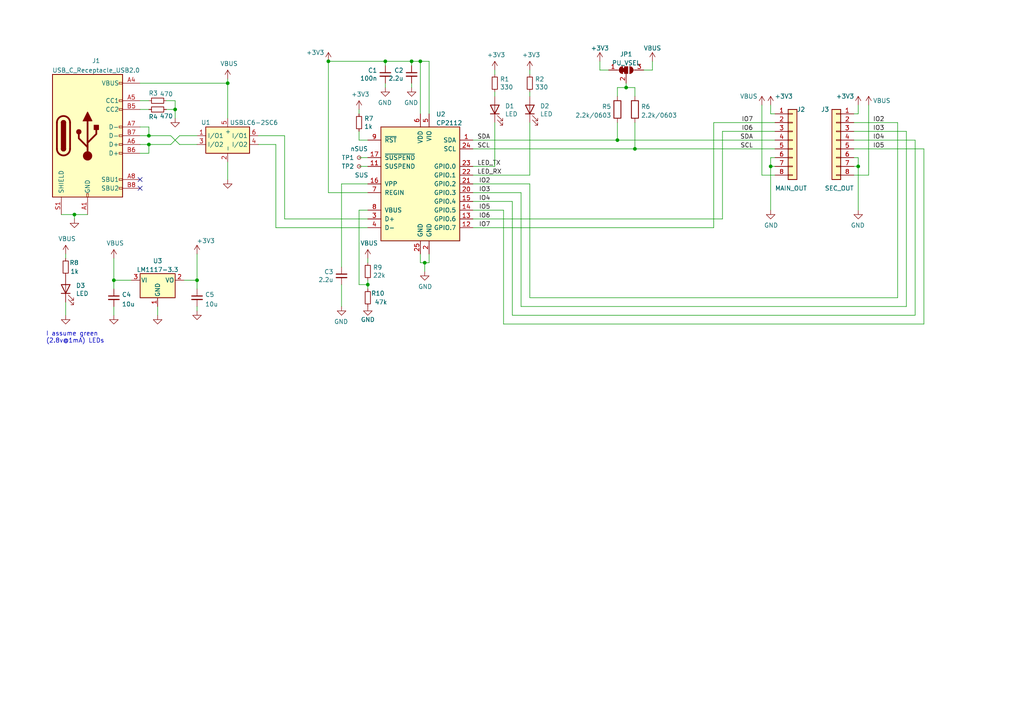
<source format=kicad_sch>
(kicad_sch (version 20211123) (generator eeschema)
  (paper "A4")
  (lib_symbols
    (symbol "Connector:TestPoint_Small" (pin_numbers hide) (pin_names (offset 0.762) hide)
      (property "Reference" "TP" (at 0 3.81 0))
      (property "Value" "TestPoint_Small" (at 0 2.032 0))
      (symbol "TestPoint_Small_0_1"
        (circle (center 0 0) (radius 0.508))
      )
      (symbol "TestPoint_Small_1_1"
        (pin passive line (at 0 0 90) (length 0) (name "1") (number "1"))
      )
    )
    (symbol "Connector:USB_C_Receptacle_USB2.0" (pin_names (offset 1.016))
      (property "Reference" "J" (at -10.16 19.05 0))
      (property "Value" "USB_C_Receptacle_USB2.0" (at 19.05 19.05 0))
      (symbol "USB_C_Receptacle_USB2.0_0_0"
        (rectangle (start -0.254 -17.78) (end 0.254 -16.764))
        (rectangle (start 10.16 -14.986) (end 9.144 -15.494))
        (rectangle (start 10.16 -12.446) (end 9.144 -12.954))
        (rectangle (start 10.16 -4.826) (end 9.144 -5.334))
        (rectangle (start 10.16 -2.286) (end 9.144 -2.794))
        (rectangle (start 10.16 0.254) (end 9.144 -0.254))
        (rectangle (start 10.16 2.794) (end 9.144 2.286))
        (rectangle (start 10.16 7.874) (end 9.144 7.366))
        (rectangle (start 10.16 10.414) (end 9.144 9.906))
        (rectangle (start 10.16 15.494) (end 9.144 14.986))
      )
      (symbol "USB_C_Receptacle_USB2.0_0_1"
        (rectangle (start -10.16 17.78) (end 10.16 -17.78) (stroke (width 0.254)) (fill (type background)))
        (arc (start -8.89 -3.81) (mid -6.985 -5.715) (end -5.08 -3.81) (stroke (width 0.508)))
        (arc (start -7.62 -3.81) (mid -6.985 -4.445) (end -6.35 -3.81) (stroke (width 0.254)))
        (arc (start -7.62 -3.81) (mid -6.985 -4.445) (end -6.35 -3.81) (stroke (width 0.254)) (fill (type outline)))
        (rectangle (start -7.62 -3.81) (end -6.35 3.81) (stroke (width 0.254)) (fill (type outline)))
        (arc (start -6.35 3.81) (mid -6.985 4.445) (end -7.62 3.81) (stroke (width 0.254)))
        (arc (start -6.35 3.81) (mid -6.985 4.445) (end -7.62 3.81) (stroke (width 0.254)) (fill (type outline)))
        (arc (start -5.08 3.81) (mid -6.985 5.715) (end -8.89 3.81) (stroke (width 0.508)))
        (circle (center -2.54 1.143) (radius 0.635) (stroke (width 0.254)) (fill (type outline)))
        (circle (center 0 -5.842) (radius 1.27) (fill (type outline)))
        (polyline (pts (xy -8.89 -3.81) (xy -8.89 3.81)) (stroke (width 0.508)))
        (polyline (pts (xy -5.08 3.81) (xy -5.08 -3.81)) (stroke (width 0.508)))
        (polyline (pts (xy 0 -5.842) (xy 0 4.318)) (stroke (width 0.508)))
        (polyline (pts (xy 0 -3.302) (xy -2.54 -0.762) (xy -2.54 0.508)) (stroke (width 0.508)))
        (polyline (pts (xy 0 -2.032) (xy 2.54 0.508) (xy 2.54 1.778)) (stroke (width 0.508)))
        (polyline (pts (xy -1.27 4.318) (xy 0 6.858) (xy 1.27 4.318) (xy -1.27 4.318)) (stroke (width 0.254)) (fill (type outline)))
        (rectangle (start 1.905 1.778) (end 3.175 3.048) (stroke (width 0.254)) (fill (type outline)))
      )
      (symbol "USB_C_Receptacle_USB2.0_1_1"
        (pin passive line (at 0 -22.86 90) (length 5.08) (name "GND") (number "A1"))
        (pin passive line (at 0 -22.86 90) (length 5.08) hide (name "GND") (number "A12"))
        (pin passive line (at 15.24 15.24 180) (length 5.08) (name "VBUS") (number "A4"))
        (pin bidirectional line (at 15.24 10.16 180) (length 5.08) (name "CC1") (number "A5"))
        (pin bidirectional line (at 15.24 -2.54 180) (length 5.08) (name "D+") (number "A6"))
        (pin bidirectional line (at 15.24 2.54 180) (length 5.08) (name "D-") (number "A7"))
        (pin bidirectional line (at 15.24 -12.7 180) (length 5.08) (name "SBU1") (number "A8"))
        (pin passive line (at 15.24 15.24 180) (length 5.08) hide (name "VBUS") (number "A9"))
        (pin passive line (at 0 -22.86 90) (length 5.08) hide (name "GND") (number "B1"))
        (pin passive line (at 0 -22.86 90) (length 5.08) hide (name "GND") (number "B12"))
        (pin passive line (at 15.24 15.24 180) (length 5.08) hide (name "VBUS") (number "B4"))
        (pin bidirectional line (at 15.24 7.62 180) (length 5.08) (name "CC2") (number "B5"))
        (pin bidirectional line (at 15.24 -5.08 180) (length 5.08) (name "D+") (number "B6"))
        (pin bidirectional line (at 15.24 0 180) (length 5.08) (name "D-") (number "B7"))
        (pin bidirectional line (at 15.24 -15.24 180) (length 5.08) (name "SBU2") (number "B8"))
        (pin passive line (at 15.24 15.24 180) (length 5.08) hide (name "VBUS") (number "B9"))
        (pin passive line (at -7.62 -22.86 90) (length 5.08) (name "SHIELD") (number "S1"))
      )
    )
    (symbol "Connector_Generic:Conn_01x08" (pin_names (offset 1.016) hide)
      (property "Reference" "J" (at 0 10.16 0))
      (property "Value" "Conn_01x08" (at 0 -12.7 0))
      (symbol "Conn_01x08_1_1"
        (rectangle (start -1.27 -10.033) (end 0 -10.287) (stroke (width 0.1524)))
        (rectangle (start -1.27 -7.493) (end 0 -7.747) (stroke (width 0.1524)))
        (rectangle (start -1.27 -4.953) (end 0 -5.207) (stroke (width 0.1524)))
        (rectangle (start -1.27 -2.413) (end 0 -2.667) (stroke (width 0.1524)))
        (rectangle (start -1.27 0.127) (end 0 -0.127) (stroke (width 0.1524)))
        (rectangle (start -1.27 2.667) (end 0 2.413) (stroke (width 0.1524)))
        (rectangle (start -1.27 5.207) (end 0 4.953) (stroke (width 0.1524)))
        (rectangle (start -1.27 7.747) (end 0 7.493) (stroke (width 0.1524)))
        (rectangle (start -1.27 8.89) (end 1.27 -11.43) (stroke (width 0.254)) (fill (type background)))
        (pin passive line (at -5.08 7.62 0) (length 3.81) (name "Pin_1") (number "1"))
        (pin passive line (at -5.08 5.08 0) (length 3.81) (name "Pin_2") (number "2"))
        (pin passive line (at -5.08 2.54 0) (length 3.81) (name "Pin_3") (number "3"))
        (pin passive line (at -5.08 0 0) (length 3.81) (name "Pin_4") (number "4"))
        (pin passive line (at -5.08 -2.54 0) (length 3.81) (name "Pin_5") (number "5"))
        (pin passive line (at -5.08 -5.08 0) (length 3.81) (name "Pin_6") (number "6"))
        (pin passive line (at -5.08 -7.62 0) (length 3.81) (name "Pin_7") (number "7"))
        (pin passive line (at -5.08 -10.16 0) (length 3.81) (name "Pin_8") (number "8"))
      )
    )
    (symbol "Critbit_lib:USBLC6-2SC6"
      (property "Reference" "U" (at -5.08 5.08 0))
      (property "Value" "USBLC6-2SC6" (at 2.54 -5.08 0))
      (symbol "USBLC6-2SC6_0_1"
        (rectangle (start -6.35 3.81) (end 6.35 -3.81) (stroke (width 0.254)) (fill (type background)))
      )
      (symbol "USBLC6-2SC6_1_1"
        (pin passive line (at -8.89 1.27 0) (length 2.54) (name "I/O1") (number "1"))
        (pin passive line (at 0 -6.35 90) (length 2.54) (name "-") (number "2"))
        (pin passive line (at -8.89 -1.27 0) (length 2.54) (name "I/O2") (number "3"))
        (pin passive line (at 8.89 -1.27 180) (length 2.54) (name "I/O2") (number "4"))
        (pin passive line (at 0 6.35 270) (length 2.54) (name "+") (number "5"))
        (pin passive line (at 8.89 1.27 180) (length 2.54) (name "I/O1") (number "6"))
      )
    )
    (symbol "Device:C_Small" (pin_numbers hide) (pin_names (offset 0.254) hide)
      (property "Reference" "C" (at 0.254 1.778 0))
      (property "Value" "C_Small" (at 0.254 -2.032 0))
      (symbol "C_Small_0_1"
        (polyline (pts (xy -1.524 -0.508) (xy 1.524 -0.508)) (stroke (width 0.3302)))
        (polyline (pts (xy -1.524 0.508) (xy 1.524 0.508)) (stroke (width 0.3048)))
      )
      (symbol "C_Small_1_1"
        (pin passive line (at 0 2.54 270) (length 2.032) (name "~") (number "1"))
        (pin passive line (at 0 -2.54 90) (length 2.032) (name "~") (number "2"))
      )
    )
    (symbol "Device:LED" (pin_numbers hide) (pin_names (offset 1.016) hide)
      (property "Reference" "D" (at 0 2.54 0))
      (property "Value" "LED" (at 0 -2.54 0))
      (symbol "LED_0_1"
        (polyline (pts (xy -1.27 -1.27) (xy -1.27 1.27)) (stroke (width 0.254)))
        (polyline (pts (xy -1.27 0) (xy 1.27 0)))
        (polyline (pts (xy 1.27 -1.27) (xy 1.27 1.27) (xy -1.27 0) (xy 1.27 -1.27)) (stroke (width 0.254)))
        (polyline (pts (xy -3.048 -0.762) (xy -4.572 -2.286) (xy -3.81 -2.286) (xy -4.572 -2.286) (xy -4.572 -1.524)))
        (polyline (pts (xy -1.778 -0.762) (xy -3.302 -2.286) (xy -2.54 -2.286) (xy -3.302 -2.286) (xy -3.302 -1.524)))
      )
      (symbol "LED_1_1"
        (pin passive line (at -3.81 0 0) (length 2.54) (name "K") (number "1"))
        (pin passive line (at 3.81 0 180) (length 2.54) (name "A") (number "2"))
      )
    )
    (symbol "Device:R" (pin_numbers hide) (pin_names (offset 0))
      (property "Reference" "R" (at 2.032 0 90))
      (property "Value" "R" (at 0 0 90))
      (symbol "R_0_1"
        (rectangle (start -1.016 -2.54) (end 1.016 2.54) (stroke (width 0.254)))
      )
      (symbol "R_1_1"
        (pin passive line (at 0 3.81 270) (length 1.27) (name "~") (number "1"))
        (pin passive line (at 0 -3.81 90) (length 1.27) (name "~") (number "2"))
      )
    )
    (symbol "Device:R_Small" (pin_numbers hide) (pin_names (offset 0.254) hide)
      (property "Reference" "R" (at 0.762 0.508 0))
      (property "Value" "R_Small" (at 0.762 -1.016 0))
      (symbol "R_Small_0_1"
        (rectangle (start -0.762 1.778) (end 0.762 -1.778) (stroke (width 0.2032)))
      )
      (symbol "R_Small_1_1"
        (pin passive line (at 0 2.54 270) (length 0.762) (name "~") (number "1"))
        (pin passive line (at 0 -2.54 90) (length 0.762) (name "~") (number "2"))
      )
    )
    (symbol "Interface_USB:CP2112" (pin_names (offset 1.016))
      (property "Reference" "U" (at -2.54 19.685 0))
      (property "Value" "CP2112" (at -2.54 17.78 0))
      (symbol "CP2112_0_1"
        (rectangle (start -11.43 16.51) (end 11.43 -16.51) (stroke (width 0.254)) (fill (type background)))
      )
      (symbol "CP2112_1_1"
        (pin bidirectional line (at 15.24 12.7 180) (length 3.81) (name "SDA") (number "1"))
        (pin no_connect line (at 10.16 -20.32 90) (length 3.81) hide (name "NC") (number "10"))
        (pin output line (at -15.24 5.08 0) (length 3.81) (name "SUSPEND") (number "11"))
        (pin bidirectional line (at 15.24 -12.7 180) (length 3.81) (name "GPIO.7") (number "12"))
        (pin bidirectional line (at 15.24 -10.16 180) (length 3.81) (name "GPIO.6") (number "13"))
        (pin bidirectional line (at 15.24 -7.62 180) (length 3.81) (name "GPIO.5") (number "14"))
        (pin bidirectional line (at 15.24 -5.08 180) (length 3.81) (name "GPIO.4") (number "15"))
        (pin power_in line (at -15.24 0 0) (length 3.81) (name "VPP") (number "16"))
        (pin output line (at -15.24 7.62 0) (length 3.81) (name "~{SUSPEND}") (number "17"))
        (pin no_connect line (at 5.08 -20.32 90) (length 3.81) hide (name "NC") (number "18"))
        (pin no_connect line (at 7.62 -20.32 90) (length 3.81) hide (name "NC") (number "19"))
        (pin power_in line (at 2.54 -20.32 90) (length 3.81) (name "GND") (number "2"))
        (pin bidirectional line (at 15.24 -2.54 180) (length 3.81) (name "GPIO.3") (number "20"))
        (pin bidirectional line (at 15.24 0 180) (length 3.81) (name "GPIO.2") (number "21"))
        (pin bidirectional line (at 15.24 2.54 180) (length 3.81) (name "GPIO.1") (number "22"))
        (pin bidirectional line (at 15.24 5.08 180) (length 3.81) (name "GPIO.0") (number "23"))
        (pin output line (at 15.24 10.16 180) (length 3.81) (name "SCL") (number "24"))
        (pin power_in line (at 0 -20.32 90) (length 3.81) (name "GND") (number "25"))
        (pin bidirectional line (at -15.24 -10.16 0) (length 3.81) (name "D+") (number "3"))
        (pin bidirectional line (at -15.24 -12.7 0) (length 3.81) (name "D-") (number "4"))
        (pin power_in line (at 2.54 20.32 270) (length 3.81) (name "VIO") (number "5"))
        (pin power_in line (at 0 20.32 270) (length 3.81) (name "VDD") (number "6"))
        (pin power_in line (at -15.24 -2.54 0) (length 3.81) (name "REGIN") (number "7"))
        (pin input line (at -15.24 -7.62 0) (length 3.81) (name "VBUS") (number "8"))
        (pin input line (at -15.24 12.7 0) (length 3.81) (name "~{RST}") (number "9"))
      )
    )
    (symbol "Jumper:SolderJumper_3_Bridged12" (pin_names (offset 0) hide)
      (property "Reference" "JP" (at -2.54 -2.54 0))
      (property "Value" "SolderJumper_3_Bridged12" (at 0 2.794 0))
      (symbol "SolderJumper_3_Bridged12_0_1"
        (rectangle (start -1.016 0.508) (end -0.508 -0.508) (fill (type outline)))
        (arc (start -1.016 1.016) (mid -2.032 0) (end -1.016 -1.016))
        (arc (start -1.016 1.016) (mid -2.032 0) (end -1.016 -1.016) (fill (type outline)))
        (rectangle (start -0.508 1.016) (end 0.508 -1.016) (fill (type outline)))
        (polyline (pts (xy -2.54 0) (xy -2.032 0)))
        (polyline (pts (xy -1.016 1.016) (xy -1.016 -1.016)))
        (polyline (pts (xy 0 -1.27) (xy 0 -1.016)))
        (polyline (pts (xy 1.016 1.016) (xy 1.016 -1.016)))
        (polyline (pts (xy 2.54 0) (xy 2.032 0)))
        (arc (start 1.016 -1.016) (mid 2.032 0) (end 1.016 1.016))
        (arc (start 1.016 -1.016) (mid 2.032 0) (end 1.016 1.016) (fill (type outline)))
      )
      (symbol "SolderJumper_3_Bridged12_1_1"
        (pin passive line (at -5.08 0 0) (length 2.54) (name "A") (number "1"))
        (pin passive line (at 0 -3.81 90) (length 2.54) (name "C") (number "2"))
        (pin passive line (at 5.08 0 180) (length 2.54) (name "B") (number "3"))
      )
    )
    (symbol "Regulator_Linear:LM1117-3.3" (pin_names (offset 0.254))
      (property "Reference" "U" (at -3.81 3.175 0))
      (property "Value" "LM1117-3.3" (at 0 3.175 0))
      (symbol "LM1117-3.3_0_1"
        (rectangle (start -5.08 -5.08) (end 5.08 1.905) (stroke (width 0.254)) (fill (type background)))
      )
      (symbol "LM1117-3.3_1_1"
        (pin power_in line (at 0 -7.62 90) (length 2.54) (name "GND") (number "1"))
        (pin power_out line (at 7.62 0 180) (length 2.54) (name "VO") (number "2"))
        (pin power_in line (at -7.62 0 0) (length 2.54) (name "VI") (number "3"))
      )
    )
    (symbol "power:+3.3V" (power) (pin_names (offset 0))
      (property "Value" "+3.3V" (at 0 3.556 0))
      (symbol "+3.3V_0_1"
        (polyline (pts (xy -0.762 1.27) (xy 0 2.54)))
        (polyline (pts (xy 0 0) (xy 0 2.54)))
        (polyline (pts (xy 0 2.54) (xy 0.762 1.27)))
      )
      (symbol "+3.3V_1_1"
        (pin power_in line (at 0 0 90) (length 0) hide (name "+3V3") (number "1"))
      )
    )
    (symbol "power:GND" (power) (pin_names (offset 0))
      (property "Value" "GND" (at 0 -3.81 0))
      (symbol "GND_0_1"
        (polyline (pts (xy 0 0) (xy 0 -1.27) (xy 1.27 -1.27) (xy 0 -2.54) (xy -1.27 -1.27) (xy 0 -1.27)))
      )
      (symbol "GND_1_1"
        (pin power_in line (at 0 0 270) (length 0) hide (name "GND") (number "1"))
      )
    )
    (symbol "power:VBUS" (power) (pin_names (offset 0))
      (property "Value" "VBUS" (at 0 3.81 0))
      (symbol "VBUS_0_1"
        (polyline (pts (xy -0.762 1.27) (xy 0 2.54)))
        (polyline (pts (xy 0 0) (xy 0 2.54)))
        (polyline (pts (xy 0 2.54) (xy 0.762 1.27)))
      )
      (symbol "VBUS_1_1"
        (pin power_in line (at 0 0 90) (length 0) hide (name "VBUS") (number "1"))
      )
    )
  )
  (junction (at 21.59 62.23))
  (junction (at 111.76 17.78))
  (junction (at 119.38 17.78))
  (junction (at 43.18 41.91))
  (junction (at 184.15 43.18))
  (junction (at 179.07 40.64))
  (junction (at 33.02 81.28))
  (junction (at 123.19 76.2))
  (junction (at 95.25 17.78))
  (junction (at 57.15 81.28))
  (junction (at 223.52 48.26))
  (junction (at 66.04 24.13))
  (junction (at 248.92 48.26))
  (junction (at 50.8 31.75))
  (junction (at 106.68 82.55))
  (junction (at 181.61 25.4))
  (junction (at 43.18 39.37))
  (junction (at 121.92 17.78))
  (no_connect (at 40.64 54.61))
  (no_connect (at 40.64 52.07))
  (wire (pts (xy 43.18 39.37) (xy 49.53 39.37)))
  (wire (pts (xy 224.79 45.72) (xy 223.52 45.72)))
  (wire (pts (xy 52.07 39.37) (xy 57.15 39.37)))
  (wire (pts (xy 173.99 20.32) (xy 176.53 20.32)))
  (wire (pts (xy 19.05 74.93) (xy 19.05 73.66)))
  (wire (pts (xy 137.16 43.18) (xy 184.15 43.18)))
  (wire (pts (xy 251.9446 30.48) (xy 251.9446 50.8)))
  (wire (pts (xy 153.67 35.56) (xy 153.67 50.8)))
  (wire (pts (xy 40.64 41.91) (xy 43.18 41.91)))
  (wire (pts (xy 40.64 44.45) (xy 43.18 44.45)))
  (wire (pts (xy 104.14 82.55) (xy 106.68 82.55)))
  (wire (pts (xy 40.64 36.83) (xy 43.18 36.83)))
  (wire (pts (xy 137.16 48.26) (xy 143.51 48.26)))
  (wire (pts (xy 66.04 24.13) (xy 66.04 34.29)))
  (wire (pts (xy 181.61 24.13) (xy 181.61 25.4)))
  (wire (pts (xy 82.55 63.5) (xy 106.68 63.5)))
  (wire (pts (xy 57.15 81.28) (xy 57.15 73.66)))
  (wire (pts (xy 146.05 60.96) (xy 146.05 93.98)))
  (wire (pts (xy 265.43 91.44) (xy 148.59 91.44)))
  (wire (pts (xy 50.8 31.75) (xy 50.8 29.21)))
  (wire (pts (xy 121.92 73.66) (xy 121.92 76.2)))
  (wire (pts (xy 111.76 17.78) (xy 111.76 19.05)))
  (wire (pts (xy 137.16 60.96) (xy 146.05 60.96)))
  (wire (pts (xy 184.15 25.4) (xy 184.15 27.94)))
  (wire (pts (xy 153.67 26.67) (xy 153.67 27.94)))
  (wire (pts (xy 21.59 62.23) (xy 21.59 63.5)))
  (wire (pts (xy 40.64 24.13) (xy 66.04 24.13)))
  (wire (pts (xy 189.23 17.78) (xy 189.23 20.32)))
  (wire (pts (xy 247.65 43.18) (xy 267.97 43.18)))
  (wire (pts (xy 119.38 17.78) (xy 111.76 17.78)))
  (wire (pts (xy 121.92 17.78) (xy 124.46 17.78)))
  (wire (pts (xy 40.64 31.75) (xy 43.18 31.75)))
  (wire (pts (xy 137.16 63.5) (xy 209.55 63.5)))
  (wire (pts (xy 74.93 41.91) (xy 80.01 41.91)))
  (wire (pts (xy 153.67 53.34) (xy 153.67 86.36)))
  (wire (pts (xy 179.07 35.56) (xy 179.07 40.64)))
  (wire (pts (xy 106.68 53.34) (xy 99.06 53.34)))
  (wire (pts (xy 123.19 76.2) (xy 124.46 76.2)))
  (wire (pts (xy 57.15 81.28) (xy 57.15 83.82)))
  (wire (pts (xy 267.97 43.18) (xy 267.97 93.98)))
  (wire (pts (xy 82.55 39.37) (xy 82.55 63.5)))
  (wire (pts (xy 153.67 21.59) (xy 153.67 20.32)))
  (wire (pts (xy 121.92 33.02) (xy 121.92 17.78)))
  (wire (pts (xy 262.89 38.1) (xy 262.89 88.9)))
  (wire (pts (xy 223.52 30.48) (xy 223.52 33.02)))
  (wire (pts (xy 121.92 76.2) (xy 123.19 76.2)))
  (wire (pts (xy 179.07 25.4) (xy 179.07 27.94)))
  (wire (pts (xy 184.15 35.56) (xy 184.15 43.18)))
  (wire (pts (xy 137.16 40.64) (xy 179.07 40.64)))
  (wire (pts (xy 106.68 60.96) (xy 104.14 60.96)))
  (wire (pts (xy 66.04 22.86) (xy 66.04 24.13)))
  (wire (pts (xy 186.69 20.32) (xy 189.23 20.32)))
  (wire (pts (xy 248.92 30.48) (xy 248.92 33.02)))
  (wire (pts (xy 99.06 82.55) (xy 99.06 88.9)))
  (wire (pts (xy 104.14 45.72) (xy 106.68 45.72)))
  (wire (pts (xy 151.13 88.9) (xy 262.89 88.9)))
  (wire (pts (xy 99.06 53.34) (xy 99.06 77.47)))
  (wire (pts (xy 265.43 40.64) (xy 265.43 91.44)))
  (wire (pts (xy 181.61 25.4) (xy 184.15 25.4)))
  (wire (pts (xy 137.16 66.04) (xy 207.01 66.04)))
  (wire (pts (xy 104.14 60.96) (xy 104.14 82.55)))
  (wire (pts (xy 181.61 25.4) (xy 179.07 25.4)))
  (wire (pts (xy 43.18 44.45) (xy 43.18 41.91)))
  (wire (pts (xy 223.52 33.02) (xy 224.79 33.02)))
  (wire (pts (xy 17.78 62.23) (xy 21.59 62.23)))
  (wire (pts (xy 43.18 29.21) (xy 40.64 29.21)))
  (wire (pts (xy 248.92 45.72) (xy 248.92 48.26)))
  (wire (pts (xy 48.26 31.75) (xy 50.8 31.75)))
  (wire (pts (xy 80.01 41.91) (xy 80.01 66.04)))
  (wire (pts (xy 146.05 93.98) (xy 267.97 93.98)))
  (wire (pts (xy 143.51 26.67) (xy 143.51 27.94)))
  (wire (pts (xy 209.55 63.5) (xy 209.55 38.1)))
  (wire (pts (xy 121.92 17.78) (xy 119.38 17.78)))
  (wire (pts (xy 50.8 34.29) (xy 50.8 31.75)))
  (wire (pts (xy 179.07 40.64) (xy 224.79 40.64)))
  (wire (pts (xy 104.14 40.64) (xy 104.14 38.1)))
  (wire (pts (xy 184.15 43.18) (xy 224.79 43.18)))
  (wire (pts (xy 106.68 55.88) (xy 95.25 55.88)))
  (wire (pts (xy 220.98 50.8) (xy 224.79 50.8)))
  (wire (pts (xy 220.98 30.48) (xy 220.98 50.8)))
  (wire (pts (xy 106.68 74.93) (xy 106.68 76.2)))
  (wire (pts (xy 137.16 55.88) (xy 151.13 55.88)))
  (wire (pts (xy 33.02 91.44) (xy 33.02 88.9)))
  (wire (pts (xy 33.02 74.93) (xy 33.02 81.28)))
  (wire (pts (xy 33.02 81.28) (xy 38.1 81.28)))
  (wire (pts (xy 53.34 81.28) (xy 57.15 81.28)))
  (wire (pts (xy 251.9446 50.8) (xy 247.65 50.8)))
  (wire (pts (xy 248.92 48.26) (xy 248.92 60.96)))
  (wire (pts (xy 247.65 48.26) (xy 248.92 48.26)))
  (wire (pts (xy 248.92 33.02) (xy 247.65 33.02)))
  (wire (pts (xy 95.25 17.78) (xy 111.76 17.78)))
  (wire (pts (xy 209.55 38.1) (xy 224.79 38.1)))
  (wire (pts (xy 143.51 35.56) (xy 143.51 48.26)))
  (wire (pts (xy 247.65 38.1) (xy 262.89 38.1)))
  (wire (pts (xy 137.16 53.34) (xy 153.67 53.34)))
  (wire (pts (xy 224.79 35.56) (xy 207.01 35.56)))
  (wire (pts (xy 52.07 41.91) (xy 57.15 41.91)))
  (wire (pts (xy 119.38 24.13) (xy 119.38 25.4)))
  (wire (pts (xy 45.72 88.9) (xy 45.72 91.44)))
  (wire (pts (xy 124.46 76.2) (xy 124.46 73.66)))
  (wire (pts (xy 247.65 35.56) (xy 260.35 35.56)))
  (wire (pts (xy 223.52 45.72) (xy 223.52 48.26)))
  (wire (pts (xy 247.65 40.64) (xy 265.43 40.64)))
  (wire (pts (xy 111.76 25.4) (xy 111.76 24.13)))
  (wire (pts (xy 124.46 17.78) (xy 124.46 33.02)))
  (wire (pts (xy 33.02 83.82) (xy 33.02 81.28)))
  (wire (pts (xy 173.99 17.78) (xy 173.99 20.32)))
  (wire (pts (xy 137.16 58.42) (xy 148.59 58.42)))
  (wire (pts (xy 80.01 66.04) (xy 106.68 66.04)))
  (wire (pts (xy 19.05 91.44) (xy 19.05 87.63)))
  (wire (pts (xy 57.15 88.9) (xy 57.15 90.17)))
  (wire (pts (xy 247.65 45.72) (xy 248.92 45.72)))
  (wire (pts (xy 66.04 46.99) (xy 66.04 52.07)))
  (wire (pts (xy 50.8 29.21) (xy 48.26 29.21)))
  (wire (pts (xy 224.79 48.26) (xy 223.52 48.26)))
  (wire (pts (xy 260.35 35.56) (xy 260.35 86.36)))
  (wire (pts (xy 151.13 55.88) (xy 151.13 88.9)))
  (wire (pts (xy 104.14 33.02) (xy 104.14 31.75)))
  (wire (pts (xy 40.64 39.37) (xy 43.18 39.37)))
  (wire (pts (xy 43.18 36.83) (xy 43.18 39.37)))
  (wire (pts (xy 104.14 40.64) (xy 106.68 40.64)))
  (wire (pts (xy 143.51 21.59) (xy 143.51 20.32)))
  (wire (pts (xy 21.59 62.23) (xy 25.4 62.23)))
  (wire (pts (xy 43.18 41.91) (xy 49.53 41.91)))
  (wire (pts (xy 223.52 48.26) (xy 223.52 60.96)))
  (wire (pts (xy 82.55 39.37) (xy 74.93 39.37)))
  (wire (pts (xy 106.68 81.28) (xy 106.68 82.55)))
  (wire (pts (xy 123.19 76.2) (xy 123.19 78.74)))
  (wire (pts (xy 119.38 17.78) (xy 119.38 19.05)))
  (wire (pts (xy 104.14 48.26) (xy 106.68 48.26)))
  (wire (pts (xy 148.59 91.44) (xy 148.59 58.42)))
  (wire (pts (xy 137.16 50.8) (xy 153.67 50.8)))
  (wire (pts (xy 95.25 55.88) (xy 95.25 17.78)))
  (wire (pts (xy 49.53 39.37) (xy 52.07 41.91)))
  (wire (pts (xy 49.53 41.91) (xy 52.07 39.37)))
  (wire (pts (xy 153.67 86.36) (xy 260.35 86.36)))
  (wire (pts (xy 106.68 82.55) (xy 106.68 83.82)))
  (wire (pts (xy 207.01 66.04) (xy 207.01 35.56)))
  (text "I assume green\n(2.8v@1mA) LEDs " (at 13.335 99.695 0) (effects (font (size 1.27 1.27)) (justify left bottom)))
  (label "SDA" (at 218.44 40.64 180))
  (label "IO7" (at 142.24 66.04 180))
  (label "IO6" (at 142.24 63.5 180))
  (label "IO2" (at 142.24 53.34 180))
  (label "SCL" (at 138.43 43.18 0))
  (label "SDA" (at 138.43 40.64 0))
  (label "LED_TX" (at 138.43 48.26 0))
  (label "IO2" (at 256.54 35.56 180))
  (label "LED_RX" (at 138.43 50.8 0))
  (label "IO6" (at 218.44 38.1 180))
  (label "IO4" (at 142.24 58.42 180))
  (label "IO5" (at 256.54 43.18 180))
  (label "IO5" (at 142.24 60.96 180))
  (label "IO3" (at 142.24 55.88 180))
  (label "IO4" (at 256.54 40.64 180))
  (label "IO7" (at 218.44 35.56 180))
  (label "IO3" (at 256.54 38.1 180))
  (label "SCL" (at 218.44 43.18 180))
  (symbol (lib_id "power:VBUS") (at 66.04 22.86 0) (unit 1)
    (property "Reference" "#PWR06" (effects hide))
    (property "Value" "VBUS" (at 66.421 18.4658 0))
  )
  (symbol (lib_id "Device:LED") (at 143.51 31.75 90) (unit 1)
    (property "Reference" "D1" (at 146.4818 30.7594 90) (effects (justify right)))
    (property "Value" "LED" (at 146.4818 33.0708 90) (effects (justify right)))
    (property "Footprint" "LED_SMD:LED_0603_1608Metric" (effects hide))
    (property "LCSC" "C72043" (effects hide))
  )
  (symbol (lib_id "Device:LED") (at 153.67 31.75 90) (unit 1)
    (property "Reference" "D2" (at 156.6418 30.7594 90) (effects (justify right)))
    (property "Value" "LED" (at 156.6418 33.0708 90) (effects (justify right)))
    (property "Footprint" "LED_SMD:LED_0603_1608Metric" (effects hide))
    (property "LCSC" "C72043" (effects hide))
  )
  (symbol (lib_id "Device:R_Small") (at 143.51 24.13 0) (unit 1)
    (property "Reference" "R1" (at 145.0086 22.9616 0) (effects (justify left)))
    (property "Value" "330" (at 145.0086 25.273 0) (effects (justify left)))
    (property "Footprint" "Resistor_SMD:R_0402_1005Metric" (effects hide))
    (property "LCSC" "C25104" (effects hide))
  )
  (symbol (lib_id "Device:R_Small") (at 153.67 24.13 0) (unit 1)
    (property "Reference" "R2" (at 155.1686 22.9616 0) (effects (justify left)))
    (property "Value" "330" (at 155.1686 25.273 0) (effects (justify left)))
    (property "Footprint" "Resistor_SMD:R_0402_1005Metric" (effects hide))
    (property "LCSC" "C25104" (effects hide))
  )
  (symbol (lib_id "power:GND") (at 223.52 60.96 0) (unit 1)
    (property "Reference" "#PWR016" (effects hide))
    (property "Value" "GND" (at 223.647 65.3542 0))
  )
  (symbol (lib_id "power:+3.3V") (at 143.51 20.32 0) (unit 1)
    (property "Reference" "#PWR04" (effects hide))
    (property "Value" "+3.3V" (at 143.891 15.9258 0))
  )
  (symbol (lib_id "power:+3.3V") (at 153.67 20.32 0) (unit 1)
    (property "Reference" "#PWR05" (effects hide))
    (property "Value" "+3.3V" (at 154.051 15.9258 0))
  )
  (symbol (lib_id "power:+3.3V") (at 104.14 31.75 0) (unit 1)
    (property "Reference" "#PWR013" (effects hide))
    (property "Value" "+3.3V" (at 104.521 27.3558 0))
  )
  (symbol (lib_id "Device:R_Small") (at 104.14 35.56 0) (unit 1)
    (property "Reference" "R7" (at 105.6386 34.3916 0) (effects (justify left)))
    (property "Value" "1k" (at 105.6386 36.703 0) (effects (justify left)))
    (property "Footprint" "Resistor_SMD:R_0402_1005Metric" (effects hide))
    (property "LCSC" "C11702" (effects hide))
  )
  (symbol (lib_id "Device:R_Small") (at 106.68 78.74 0) (unit 1)
    (property "Reference" "R9" (at 108.1786 77.5716 0) (effects (justify left)))
    (property "Value" "22k" (at 108.1786 79.883 0) (effects (justify left)))
    (property "Footprint" "Resistor_SMD:R_0402_1005Metric" (effects hide))
    (property "LCSC" "C25768" (effects hide))
  )
  (symbol (lib_id "power:GND") (at 106.68 88.9 0) (mirror y) (unit 1)
    (property "Reference" "#PWR025" (effects hide))
    (property "Value" "GND" (at 106.68 92.71 0))
  )
  (symbol (lib_id "power:VBUS") (at 106.68 74.93 0) (unit 1)
    (property "Reference" "#PWR022" (effects hide))
    (property "Value" "VBUS" (at 107.061 70.5358 0))
  )
  (symbol (lib_id "power:GND") (at 123.19 78.74 0) (unit 1)
    (property "Reference" "#PWR023" (effects hide))
    (property "Value" "GND" (at 123.317 83.1342 0))
  )
  (symbol (lib_id "Device:LED") (at 19.05 83.82 90) (unit 1)
    (property "Reference" "D3" (at 22.0218 82.8294 90) (effects (justify right)))
    (property "Value" "LED" (at 22.0218 85.1408 90) (effects (justify right)))
    (property "Footprint" "LED_SMD:LED_0603_1608Metric" (effects hide))
    (property "LCSC" "C72043" (effects hide))
  )
  (symbol (lib_id "Device:R_Small") (at 19.05 77.47 180) (unit 1)
    (property "Reference" "R8" (at 22.86 76.2 0) (effects (justify left)))
    (property "Value" "1k" (at 22.86 78.74 0) (effects (justify left)))
    (property "Footprint" "Resistor_SMD:R_0402_1005Metric" (effects hide))
    (property "LCSC" "C11702" (effects hide))
  )
  (symbol (lib_id "power:VBUS") (at 19.05 73.66 0) (unit 1)
    (property "Reference" "#PWR019" (effects hide))
    (property "Value" "VBUS" (at 19.431 69.2658 0))
  )
  (symbol (lib_id "Connector_Generic:Conn_01x08") (at 229.87 40.64 0) (unit 1)
    (property "Reference" "J2" (at 231.14 31.75 0) (effects (justify left)))
    (property "Value" "MAIN_OUT" (at 224.79 54.61 0) (effects (justify left)))
    (property "Footprint" "Connector_PinHeader_2.54mm:PinHeader_1x08_P2.54mm_Vertical" (effects hide))
    (property "LCSC" "C0000" (effects hide))
  )
  (symbol (lib_id "power:VBUS") (at 220.98 30.48 0) (unit 1)
    (property "Reference" "#PWR09" (effects hide))
    (property "Value" "VBUS" (at 217.17 27.94 0))
  )
  (symbol (lib_id "power:GND") (at 111.76 25.4 0) (mirror y) (unit 1)
    (property "Reference" "#PWR07" (effects hide))
    (property "Value" "GND" (at 111.633 29.7942 0))
  )
  (symbol (lib_id "power:GND") (at 66.04 52.07 0) (unit 1)
    (property "Reference" "#PWR015" (effects hide))
    (property "Value" "GND" (effects hide))
  )
  (symbol (lib_id "Connector:USB_C_Receptacle_USB2.0") (at 25.4 39.37 0) (unit 1)
    (property "Reference" "J1" (at 27.8765 17.6234 0))
    (property "Value" "USB_C_Receptacle_USB2.0" (at 27.8765 20.3985 0))
    (property "Footprint" "Connector_USB:USB_C_Receptacle_HRO_TYPE-C-31-M-12" (effects hide))
    (property "Datasheet" "https://www.usb.org/sites/default/files/documents/usb_type-c.zip" (effects hide))
    (property "LCSC" "C165948" (effects hide))
  )
  (symbol (lib_id "Interface_USB:CP2112") (at 121.92 53.34 0) (unit 1)
    (property "Reference" "U2" (at 126.4794 33.1302 0) (effects (justify left)))
    (property "Value" "CP2112" (at 126.4794 35.6671 0) (effects (justify left)))
    (property "Footprint" "Package_DFN_QFN:QFN-24-1EP_4x4mm_P0.5mm_EP2.6x2.6mm" (effects hide))
    (property "Datasheet" "https://www.silabs.com/documents/public/data-sheets/cp2112-datasheet.pdf" (effects hide))
  )
  (symbol (lib_id "Device:R_Small") (at 45.72 29.21 90) (unit 1)
    (property "Reference" "R3" (at 44.45 27.0469 90))
    (property "Value" "470" (at 48.26 27.282 90))
    (property "Footprint" "Resistor_SMD:R_0402_1005Metric" (effects hide))
    (property "LCSC" "C25117" (effects hide))
  )
  (symbol (lib_id "power:+3.3V") (at 95.25 17.78 0) (unit 1)
    (property "Reference" "#PWR01" (effects hide))
    (property "Value" "+3.3V" (at 91.44 15.24 0))
  )
  (symbol (lib_id "Device:C_Small") (at 111.76 21.59 0) (mirror y) (unit 1)
    (property "Reference" "C1" (at 109.4232 20.4216 0) (effects (justify left)))
    (property "Value" "100n" (at 109.4232 22.733 0) (effects (justify left)))
    (property "Footprint" "Capacitor_SMD:C_0402_1005Metric" (effects hide))
    (property "LCSC" "C1525" (effects hide))
  )
  (symbol (lib_id "power:VBUS") (at 251.9446 30.48 0) (mirror y) (unit 1)
    (property "Reference" "#PWR012" (effects hide))
    (property "Value" "VBUS" (at 255.7546 29.21 0))
  )
  (symbol (lib_id "power:GND") (at 45.72 91.44 0) (unit 1)
    (property "Reference" "#PWR029" (effects hide))
    (property "Value" "GND" (effects hide))
  )
  (symbol (lib_id "Device:R") (at 179.07 31.75 0) (mirror y) (unit 1)
    (property "Reference" "R5" (at 177.292 30.9153 0) (effects (justify left)))
    (property "Value" "2.2k/0603" (at 177.292 33.4522 0) (effects (justify left)))
    (property "Footprint" "Resistor_SMD:R_0603_1608Metric_Pad0.98x0.95mm_HandSolder" (effects hide))
  )
  (symbol (lib_id "power:GND") (at 19.05 91.44 0) (unit 1)
    (property "Reference" "#PWR027" (effects hide))
    (property "Value" "GND" (effects hide))
  )
  (symbol (lib_id "power:+3.3V") (at 173.99 17.78 0) (unit 1)
    (property "Reference" "#PWR02" (effects hide))
    (property "Value" "+3.3V" (at 173.99 13.97 0))
  )
  (symbol (lib_id "Device:C_Small") (at 99.06 80.01 0) (mirror y) (unit 1)
    (property "Reference" "C3" (at 96.7232 78.8416 0) (effects (justify left)))
    (property "Value" "2.2u" (at 96.7232 81.153 0) (effects (justify left)))
    (property "Footprint" "Capacitor_SMD:C_0402_1005Metric" (effects hide))
    (property "LCSC" "C12530" (effects hide))
  )
  (symbol (lib_id "power:GND") (at 57.15 90.17 0) (unit 1)
    (property "Reference" "#PWR026" (effects hide))
    (property "Value" "GND" (effects hide))
  )
  (symbol (lib_id "Device:R") (at 184.15 31.75 0) (mirror y) (unit 1)
    (property "Reference" "R6" (at 185.928 30.9153 0) (effects (justify right)))
    (property "Value" "2.2k/0603" (at 185.928 33.4522 0) (effects (justify right)))
    (property "Footprint" "Resistor_SMD:R_0603_1608Metric_Pad0.98x0.95mm_HandSolder" (effects hide))
  )
  (symbol (lib_id "power:+3.3V") (at 248.92 30.48 0) (mirror y) (unit 1)
    (property "Reference" "#PWR011" (effects hide))
    (property "Value" "+3.3V" (at 245.11 27.94 0))
  )
  (symbol (lib_id "power:GND") (at 99.06 88.9 0) (mirror y) (unit 1)
    (property "Reference" "#PWR024" (effects hide))
    (property "Value" "GND" (at 98.933 93.2942 0))
  )
  (symbol (lib_id "power:GND") (at 33.02 91.44 0) (unit 1)
    (property "Reference" "#PWR028" (effects hide))
    (property "Value" "GND" (effects hide))
  )
  (symbol (lib_id "Connector_Generic:Conn_01x08") (at 242.57 40.64 0) (mirror y) (unit 1)
    (property "Reference" "J3" (at 240.5146 31.75 0) (effects (justify left)))
    (property "Value" "SEC_OUT" (at 247.65 54.61 0) (effects (justify left)))
    (property "Footprint" "Connector_PinHeader_2.54mm:PinHeader_1x08_P2.54mm_Vertical" (effects hide))
    (property "LCSC" "C0000" (effects hide))
  )
  (symbol (lib_id "Regulator_Linear:LM1117-3.3") (at 45.72 81.28 0) (unit 1)
    (property "Reference" "U3" (at 45.72 75.6752 0))
    (property "Value" "LM1117-3.3" (at 45.72 78.2121 0))
    (property "Footprint" "Package_TO_SOT_SMD:SOT-223-3_TabPin2" (effects hide))
    (property "Datasheet" "http://www.ti.com/lit/ds/symlink/lm1117.pdf" (effects hide))
  )
  (symbol (lib_id "Device:R_Small") (at 45.72 31.75 90) (mirror x) (unit 1)
    (property "Reference" "R4" (at 44.45 33.9131 90))
    (property "Value" "470" (at 48.26 33.678 90))
    (property "Footprint" "Resistor_SMD:R_0402_1005Metric" (effects hide))
    (property "LCSC" "C25117" (effects hide))
  )
  (symbol (lib_id "Connector:TestPoint_Small") (at 104.14 45.72 0) (unit 1)
    (property "Reference" "TP1" (at 99.06 45.72 0) (effects (justify left)))
    (property "Value" "nSUS" (at 101.6 43.18 0) (effects (justify left)))
    (property "Footprint" "TestPoint:TestPoint_Pad_D1.0mm" (effects hide))
  )
  (symbol (lib_id "power:+3.3V") (at 223.52 30.48 0) (unit 1)
    (property "Reference" "#PWR010" (effects hide))
    (property "Value" "+3.3V" (at 227.33 27.94 0))
  )
  (symbol (lib_id "Device:R_Small") (at 106.68 86.36 180) (unit 1)
    (property "Reference" "R10" (at 109.5969 85.09 0))
    (property "Value" "47k" (at 110.49 87.63 0))
    (property "Footprint" "Resistor_SMD:R_0402_1005Metric" (effects hide))
    (property "LCSC" "C25792" (effects hide))
  )
  (symbol (lib_id "power:+3.3V") (at 57.15 73.66 0) (unit 1)
    (property "Reference" "#PWR020" (effects hide))
    (property "Value" "+3.3V" (at 59.69 69.85 0))
  )
  (symbol (lib_id "power:GND") (at 248.92 60.96 0) (mirror y) (unit 1)
    (property "Reference" "#PWR017" (effects hide))
    (property "Value" "GND" (at 248.793 65.3542 0))
  )
  (symbol (lib_id "power:GND") (at 21.59 63.5 0) (unit 1)
    (property "Reference" "#PWR018" (effects hide))
    (property "Value" "GND" (effects hide))
  )
  (symbol (lib_id "power:VBUS") (at 33.02 74.93 0) (unit 1)
    (property "Reference" "#PWR021" (effects hide))
    (property "Value" "VBUS" (at 33.401 70.5358 0))
  )
  (symbol (lib_id "Critbit_lib:USBLC6-2SC6") (at 66.04 40.64 0) (unit 1)
    (property "Reference" "U1" (at 59.69 35.5304 0))
    (property "Value" "USBLC6-2SC6" (at 73.66 35.56 0))
    (property "Footprint" "Package_TO_SOT_SMD:SOT-23-6" (effects hide))
    (property "Datasheet" "https://www.st.com/resource/en/datasheet/usblc6-2.pdf" (effects hide))
    (property "LCSC" "C2687116" (effects hide))
  )
  (symbol (lib_id "Device:C_Small") (at 119.38 21.59 0) (mirror y) (unit 1)
    (property "Reference" "C2" (at 117.0432 20.4216 0) (effects (justify left)))
    (property "Value" "2.2u" (at 117.0432 22.733 0) (effects (justify left)))
    (property "Footprint" "Capacitor_SMD:C_0402_1005Metric" (effects hide))
    (property "LCSC" "C12530" (effects hide))
  )
  (symbol (lib_id "power:GND") (at 119.38 25.4 0) (mirror y) (unit 1)
    (property "Reference" "#PWR08" (effects hide))
    (property "Value" "GND" (at 119.253 29.7942 0))
  )
  (symbol (lib_id "Device:C_Small") (at 33.02 86.36 0) (unit 1)
    (property "Reference" "C4" (at 35.3441 85.4515 0) (effects (justify left)))
    (property "Value" "10u" (at 35.3441 88.2266 0) (effects (justify left)))
    (property "Footprint" "Capacitor_SMD:C_0603_1608Metric" (effects hide))
    (property "LCSC" "C19702" (effects hide))
  )
  (symbol (lib_id "Jumper:SolderJumper_3_Bridged12") (at 181.61 20.32 0) (unit 1)
    (property "Reference" "JP1" (at 181.61 15.7312 0))
    (property "Value" "PU_VSEL" (at 181.61 18.2681 0))
    (property "Footprint" "Jumper:SolderJumper-3_P1.3mm_Bridged12_RoundedPad1.0x1.5mm" (effects hide))
  )
  (symbol (lib_id "Connector:TestPoint_Small") (at 104.14 48.26 0) (unit 1)
    (property "Reference" "TP2" (at 99.06 48.26 0) (effects (justify left)))
    (property "Value" "SUS" (at 102.87 50.8 0) (effects (justify left)))
    (property "Footprint" "TestPoint:TestPoint_Pad_D1.0mm" (effects hide))
  )
  (symbol (lib_id "power:VBUS") (at 189.23 17.78 0) (unit 1)
    (property "Reference" "#PWR03" (effects hide))
    (property "Value" "VBUS" (at 189.23 13.97 0))
  )
  (symbol (lib_id "Device:C_Small") (at 57.15 86.36 0) (unit 1)
    (property "Reference" "C5" (at 59.4741 85.4515 0) (effects (justify left)))
    (property "Value" "10u" (at 59.4741 88.2266 0) (effects (justify left)))
    (property "Footprint" "Capacitor_SMD:C_0603_1608Metric" (effects hide))
    (property "LCSC" "C19702" (effects hide))
  )
  (symbol (lib_id "power:GND") (at 50.8 34.29 0) (unit 1)
    (property "Reference" "#PWR014" (effects hide))
    (property "Value" "GND" (effects hide))
  )
)
</source>
